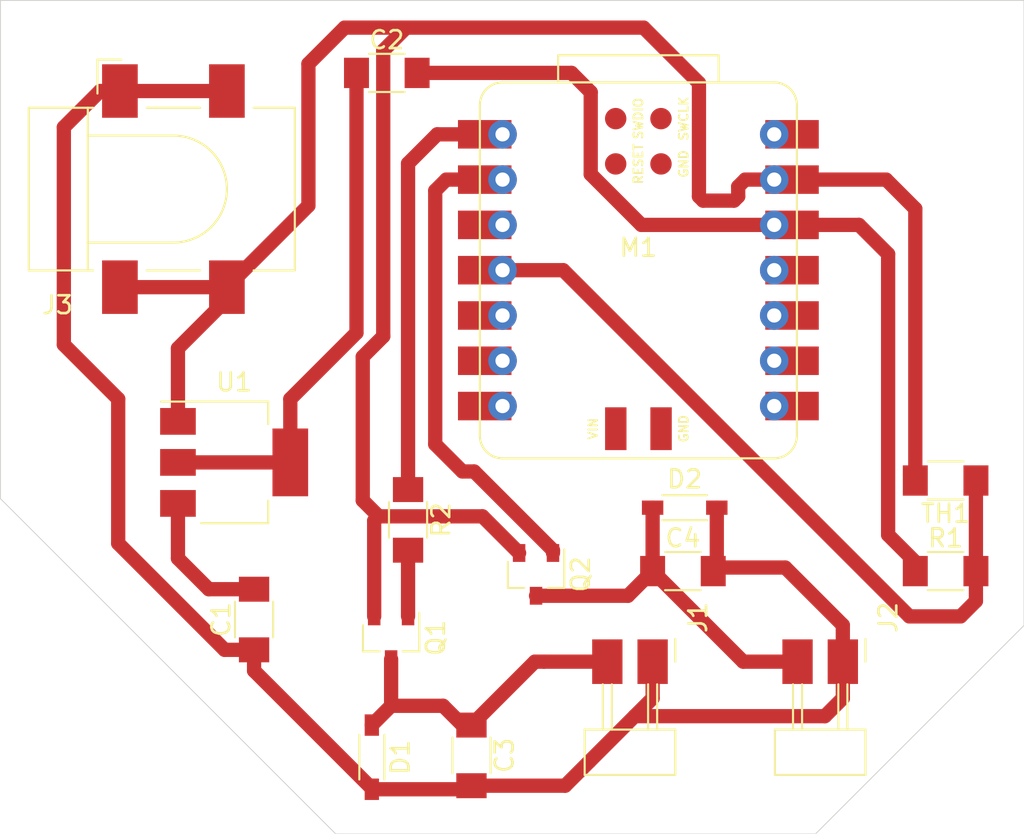
<source format=kicad_pcb>
(kicad_pcb (version 20240108) (generator "pcbnew") (generator_version "8.0")
  (layers (0 "F.Cu" signal) (31 "B.Cu" signal) (34 "B.Paste" user) (35 "F.Paste" user) (36 "B.SilkS" user "B.Silkscreen") (37 "F.SilkS" user "F.Silkscreen") (38 "B.Mask" user) (39 "F.Mask" user) (44 "Edge.Cuts" user))
  (net 0 "")
  (net 1 "PWR_12V")
  (net 2 "Net-(U1-VI)")
  (net 3 "Net-(U1-VO)")
  (net 4 "3.3V")
  (net 5 "Net-(D1-A)")
  (net 6 "Net-(D2-A)")
  (net 7 "PWR_GND")
  (net 8 "Moteur2")
  (net 14 "Temperature")
  (net 15 "Moteur1")
  (net 20 "Pont1.1")
  (footprint "Fabac:C_1206" (layer "F.Cu") (at 123.444 88.06 90)
    (property "Reference" "C1" (at 0 -1.85 270) (layer "F.SilkS"))
    (property "Value" "C_1206")
    (fp_line (start -1 -1.07) (end 1 -1.07) (stroke (width 0.12)) (layer "F.SilkS"))
    (fp_line (start 1 1.07) (end -1 1.07) (stroke (width 0.12)) (layer "F.SilkS"))
    (pad "1" smd rect (at -1.7 0 90) (size 1.4 1.7) (layers "F.Cu" "F.Paste" "F.Mask") (net 1 "PWR_12V"))
    (pad "2" smd rect (at 1.7 0 90) (size 1.4 1.7) (layers "F.Cu" "F.Paste" "F.Mask") (net 2 "Net-(U1-VI)"))
  )
  (footprint "Fabac:R_1206" (layer "F.Cu") (at 162.228 80.264 180)
    (property "Reference" "TH1" (at 0 -1.85 180) (layer "F.SilkS"))
    (property "Value" "Thermistor_NTC")
    (fp_line (start 1 1.07) (end -1 1.07) (stroke (width 0.12)) (layer "F.SilkS"))
    (fp_line (start -1 -1.07) (end 1 -1.07) (stroke (width 0.12)) (layer "F.SilkS"))
    (pad "1" smd rect (at -1.7 0 180) (size 1.4 1.7) (layers "F.Cu" "F.Paste" "F.Mask") (net 14 "Temperature"))
    (pad "2" smd rect (at 1.7 0 180) (size 1.4 1.7) (layers "F.Cu" "F.Paste" "F.Mask") (net 7 "PWR_GND"))
  )
  (footprint "Fabac:R_1206" (layer "F.Cu") (at 162.228 85.344)
    (property "Reference" "R1" (at 0 -1.85 0) (layer "F.SilkS"))
    (property "Value" "R_1206")
    (fp_line (start -1 -1.07) (end 1 -1.07) (stroke (width 0.12)) (layer "F.SilkS"))
    (fp_line (start 1 1.07) (end -1 1.07) (stroke (width 0.12)) (layer "F.SilkS"))
    (pad "1" smd rect (at -1.7 0) (size 1.4 1.7) (layers "F.Cu" "F.Paste" "F.Mask") (net 4 "3.3V"))
    (pad "2" smd rect (at 1.7 0) (size 1.4 1.7) (layers "F.Cu" "F.Paste" "F.Mask") (net 14 "Temperature"))
  )
  (footprint "Fabac:PinHeader_1x02_P2.54mm_Horizontal_SMD" (layer "F.Cu") (at 145.796 90.424 -90)
    (property "Reference" "J1" (at -1.524 -2.54 90) (layer "F.SilkS") (effects (justify left)))
    (property "Value" "Conn_PinHeader_1x02_P2.54mm_Horizontal_SMD")
    (fp_line (start 3.81 3.81) (end 3.81 -1.27) (stroke (width 0.12)) (layer "F.SilkS"))
    (fp_line (start 6.35 3.81) (end 3.81 3.81) (stroke (width 0.12)) (layer "F.SilkS"))
    (fp_line (start 3.81 2.794) (end 1.27 2.794) (stroke (width 0.12)) (layer "F.SilkS"))
    (fp_line (start 3.81 2.286) (end 1.27 2.286) (stroke (width 0.12)) (layer "F.SilkS"))
    (fp_line (start 3.81 0.254) (end 1.27 0.254) (stroke (width 0.12)) (layer "F.SilkS"))
    (fp_line (start 3.81 -0.254) (end 1.27 -0.254) (stroke (width 0.12)) (layer "F.SilkS"))
    (fp_line (start -1.27 -1.27) (end 0 -1.27) (stroke (width 0.12)) (layer "F.SilkS"))
    (fp_line (start 3.81 -1.27) (end 6.35 -1.27) (stroke (width 0.12)) (layer "F.SilkS"))
    (fp_line (start 6.35 -1.27) (end 6.35 3.81) (stroke (width 0.12)) (layer "F.SilkS"))
    (pad "1" smd rect (at 0 0 270) (size 2.5 1.7) (layers "F.Cu" "F.Paste" "F.Mask") (net 1 "PWR_12V"))
    (pad "2" smd rect (at 0 2.54 270) (size 2.5 1.7) (layers "F.Cu" "F.Paste" "F.Mask") (net 5 "Net-(D1-A)"))
  )
  (footprint "Fabac:SOD-123" (layer "F.Cu") (at 130.048 95.78 90)
    (property "Reference" "D1" (at 0 1.6 270) (layer "F.SilkS"))
    (property "Value" "Diode_Schottky_SOD123")
    (fp_line (start -1.25 -0.7) (end 1.25 -0.7) (stroke (width 0.12)) (layer "F.SilkS"))
    (fp_line (start -1.25 0.7) (end 1.25 0.7) (stroke (width 0.12)) (layer "F.SilkS"))
    (pad "1" smd rect (at -1.8 0 90) (size 1.2 0.8) (layers "F.Cu" "F.Paste" "F.Mask") (net 1 "PWR_12V"))
    (pad "2" smd rect (at 1.8 0 90) (size 1.2 0.8) (layers "F.Cu" "F.Paste" "F.Mask") (net 5 "Net-(D1-A)"))
  )
  (footprint "Fabac:C_1206" (layer "F.Cu") (at 147.496 85.344)
    (property "Reference" "C4" (at 0 -1.85 360) (layer "F.SilkS"))
    (property "Value" "C_1206")
    (fp_line (start -1 -1.07) (end 1 -1.07) (stroke (width 0.12)) (layer "F.SilkS"))
    (fp_line (start 1 1.07) (end -1 1.07) (stroke (width 0.12)) (layer "F.SilkS"))
    (pad "1" smd rect (at -1.7 0) (size 1.4 1.7) (layers "F.Cu" "F.Paste" "F.Mask") (net 6 "Net-(D2-A)"))
    (pad "2" smd rect (at 1.7 0) (size 1.4 1.7) (layers "F.Cu" "F.Paste" "F.Mask") (net 1 "PWR_12V"))
  )
  (footprint "Fabac:C_1206" (layer "F.Cu") (at 130.888 57.404)
    (property "Reference" "C2" (at 0 -1.85 0) (layer "F.SilkS"))
    (property "Value" "C_1206")
    (fp_line (start -1 -1.07) (end 1 -1.07) (stroke (width 0.12)) (layer "F.SilkS"))
    (fp_line (start 1 1.07) (end -1 1.07) (stroke (width 0.12)) (layer "F.SilkS"))
    (pad "1" smd rect (at -1.7 0) (size 1.4 1.7) (layers "F.Cu" "F.Paste" "F.Mask") (net 3 "Net-(U1-VO)"))
    (pad "2" smd rect (at 1.7 0) (size 1.4 1.7) (layers "F.Cu" "F.Paste" "F.Mask") (net 4 "3.3V"))
  )
  (footprint "Fabac:R_1206" (layer "F.Cu") (at 132.08 82.472 -90)
    (property "Reference" "R2" (at 0 -1.85 90) (layer "F.SilkS"))
    (property "Value" "R_1206")
    (fp_line (start 1 1.07) (end -1 1.07) (stroke (width 0.12)) (layer "F.SilkS"))
    (fp_line (start -1 -1.07) (end 1 -1.07) (stroke (width 0.12)) (layer "F.SilkS"))
    (pad "1" smd rect (at -1.7 0 270) (size 1.4 1.7) (layers "F.Cu" "F.Paste" "F.Mask") (net 15 "Moteur1"))
    (pad "2" smd rect (at 1.7 0 270) (size 1.4 1.7) (layers "F.Cu" "F.Paste" "F.Mask") (net 20 "Pont1.1"))
  )
  (footprint "Connector_BarrelJack:BarrelJack_CLIFF_FC681465S_SMT_Horizontal" (layer "F.Cu") (at 118.92 63.92)
    (property "Reference" "J3" (at -6.5 6.5 360) (layer "F.SilkS"))
    (property "Value" "Barrel_Jack_Switch_Pin3Ring")
    (fp_line (start -8.11 -4.56) (end -4.5 -4.56) (stroke (width 0.12)) (layer "F.SilkS"))
    (fp_line (start -8.11 4.56) (end -8.11 -4.56) (stroke (width 0.12)) (layer "F.SilkS"))
    (fp_line (start -8.11 4.56) (end -4.5 4.56) (stroke (width 0.12)) (layer "F.SilkS"))
    (fp_line (start -4.8 -3) (end 0 -3) (stroke (width 0.12)) (layer "F.SilkS"))
    (fp_line (start -4.8 3) (end 0 3) (stroke (width 0.12)) (layer "F.SilkS"))
    (fp_line (start -4.8 4.56) (end -4.8 -4.56) (stroke (width 0.12)) (layer "F.SilkS"))
    (fp_line (start -4.26 -7.26) (end -4.26 -5.36) (stroke (width 0.12)) (layer "F.SilkS"))
    (fp_line (start -2.92 -7.26) (end -4.26 -7.26) (stroke (width 0.12)) (layer "F.SilkS"))
    (fp_line (start -1.5 -4.56) (end 1.5 -4.56) (stroke (width 0.12)) (layer "F.SilkS"))
    (fp_line (start -1.5 4.56) (end 1.5 4.56) (stroke (width 0.12)) (layer "F.SilkS"))
    (fp_line (start 4.5 -4.56) (end 6.81 -4.56) (stroke (width 0.12)) (layer "F.SilkS"))
    (fp_line (start 4.5 4.56) (end 6.81 4.56) (stroke (width 0.12)) (layer "F.SilkS"))
    (fp_line (start 6.81 4.56) (end 6.81 -4.56) (stroke (width 0.12)) (layer "F.SilkS"))
    (fp_arc (start 0 -3) (mid 3 0) (end 0 3) (stroke (width 0.12)) (layer "F.SilkS"))
    (pad "" np_thru_hole oval (at -2.9 0 90) (size 2 1.5) (drill oval 2 1.5) (layers "*.Cu" "*.Mask"))
    (pad "" np_thru_hole circle (at 1.5 0 90) (size 2 2) (drill 2) (layers "*.Cu" "*.Mask"))
    (pad "1" smd rect (at -3 -5.5 90) (size 3 2) (layers "F.Cu" "F.Paste" "F.Mask") (net 1 "PWR_12V"))
    (pad "1" smd rect (at 3 -5.5 90) (size 3 2) (layers "F.Cu" "F.Paste" "F.Mask") (net 1 "PWR_12V"))
    (pad "2" smd rect (at 3 5.5 90) (size 3 2) (layers "F.Cu" "F.Paste" "F.Mask") (net 7 "PWR_GND"))
    (pad "3" smd rect (at -3 5.5 90) (size 3 2) (layers "F.Cu" "F.Paste" "F.Mask") (net 7 "PWR_GND"))
  )
  (footprint "Fabac:SeeedStudio_XIAO_RP2040" (layer "F.Cu") (at 144.995 68.468)
    (property "Reference" "M1" (at 0 -1.27 0) (layer "F.SilkS"))
    (property "Value" "Module_XIAO-RP2040_SocketSMD")
    (fp_line (start -8.8875 9.281) (end -8.8875 -9.261) (stroke (width 0.12)) (layer "F.SilkS"))
    (fp_line (start -7.6175 -10.531) (end 7.6225 -10.531) (stroke (width 0.12)) (layer "F.SilkS"))
    (fp_line (start 7.6225 10.551) (end -7.6175 10.551) (stroke (width 0.12)) (layer "F.SilkS"))
    (fp_line (start 8.8925 -9.261) (end 8.8925 9.281) (stroke (width 0.12)) (layer "F.SilkS"))
    (fp_rect (start -4.4975 -10.531) (end 4.5025 -12.055) (stroke (width 0.12)) (fill none) (layer "F.SilkS"))
    (fp_arc (start -8.8875 -9.261) (mid -8.515526 -10.159026) (end -7.6175 -10.531) (stroke (width 0.12)) (layer "F.SilkS"))
    (fp_arc (start -7.6175 10.551) (mid -8.515526 10.179026) (end -8.8875 9.281) (stroke (width 0.12)) (layer "F.SilkS"))
    (fp_arc (start 7.6225 -10.531) (mid 8.520526 -10.159026) (end 8.8925 -9.261) (stroke (width 0.12)) (layer "F.SilkS"))
    (fp_arc (start 8.8925 9.281) (mid 8.520526 10.179026) (end 7.6225 10.551) (stroke (width 0.12)) (layer "F.SilkS"))
    (fp_text user "VIN" (at -2.535 8.89 90) (layer "F.SilkS") (effects (font (size 0.5 0.5) (thickness 0.1) (bold yes))))
    (fp_text user "SWDIO" (at 0 -8.5 90) (layer "F.SilkS") (effects (font (size 0.5 0.5) (thickness 0.1) (bold yes))))
    (fp_text user "GND" (at 2.54 -5.96 90) (layer "F.SilkS") (effects (font (size 0.5 0.5) (thickness 0.1) (bold yes))))
    (fp_text user "GND" (at 2.545 8.89 90) (layer "F.SilkS") (effects (font (size 0.5 0.5) (thickness 0.1) (bold yes))))
    (fp_text user "SWCLK" (at 2.54 -8.5 90) (layer "F.SilkS") (effects (font (size 0.5 0.5) (thickness 0.1) (bold yes))))
    (fp_text user "RESET" (at 0 -5.96 90) (layer "F.SilkS") (effects (font (size 0.5 0.5) (thickness 0.1) (bold yes))))
    (pad "1" thru_hole circle (at -7.615 -7.62) (size 1.6 1.6) (drill 0.8) (layers "*.Cu" "*.Mask") (net 15 "Moteur1"))
    (pad "1" smd rect (at -7.615 -7.62) (size 3 1.6) (drill (offset -1 0)) (layers "F.Cu" "F.Paste" "F.Mask") (net 15 "Moteur1"))
    (pad "2" thru_hole circle (at -7.615 -5.08) (size 1.6 1.6) (drill 0.8) (layers "*.Cu" "*.Mask") (net 8 "Moteur2"))
    (pad "2" smd rect (at -7.615 -5.08) (size 3 1.6) (drill (offset -1 0)) (layers "F.Cu" "F.Paste" "F.Mask") (net 8 "Moteur2"))
    (pad "3" thru_hole circle (at -7.615 -2.54) (size 1.6 1.6) (drill 0.8) (layers "*.Cu" "*.Mask"))
    (pad "3" smd rect (at -7.615 -2.54) (size 3 1.6) (drill (offset -1 0)) (layers "F.Cu" "F.Paste" "F.Mask"))
    (pad "4" thru_hole circle (at -7.615 0) (size 1.6 1.6) (drill 0.8) (layers "*.Cu" "*.Mask") (net 14 "Temperature"))
    (pad "4" smd rect (at -7.615 0) (size 3 1.6) (drill (offset -1 0)) (layers "F.Cu" "F.Paste" "F.Mask") (net 14 "Temperature"))
    (pad "5" thru_hole circle (at -7.615 2.54) (size 1.6 1.6) (drill 0.8) (layers "*.Cu" "*.Mask"))
    (pad "5" smd rect (at -7.615 2.54) (size 3 1.6) (drill (offset -1 0)) (layers "F.Cu" "F.Paste" "F.Mask"))
    (pad "6" thru_hole circle (at -7.615 5.08) (size 1.6 1.6) (drill 0.8) (layers "*.Cu" "*.Mask"))
    (pad "6" smd rect (at -7.615 5.08) (size 3 1.6) (drill (offset -1 0)) (layers "F.Cu" "F.Paste" "F.Mask"))
    (pad "7" thru_hole circle (at -7.615 7.62) (size 1.6 1.6) (drill 0.8) (layers "*.Cu" "*.Mask"))
    (pad "7" smd rect (at -7.615 7.62) (size 3 1.6) (drill (offset -1 0)) (layers "F.Cu" "F.Paste" "F.Mask"))
    (pad "8" thru_hole circle (at 7.62 7.62) (size 1.6 1.6) (drill 0.8) (layers "*.Cu" "*.Mask"))
    (pad "8" smd rect (at 7.62 7.62) (size 3 1.6) (drill (offset 1 0)) (layers "F.Cu" "F.Paste" "F.Mask"))
    (pad "9" thru_hole circle (at 7.62 5.08) (size 1.6 1.6) (drill 0.8) (layers "*.Cu" "*.Mask"))
    (pad "9" smd rect (at 7.62 5.08) (size 3 1.6) (drill (offset 1 0)) (layers "F.Cu" "F.Paste" "F.Mask"))
    (pad "10" thru_hole circle (at 7.62 2.54) (size 1.6 1.6) (drill 0.8) (layers "*.Cu" "*.Mask"))
    (pad "10" smd rect (at 7.62 2.54) (size 3 1.6) (drill (offset 1 0)) (layers "F.Cu" "F.Paste" "F.Mask"))
    (pad "11" thru_hole circle (at 7.62 0) (size 1.6 1.6) (drill 0.8) (layers "*.Cu" "*.Mask"))
    (pad "11" smd rect (at 7.62 0) (size 3 1.6) (drill (offset 1 0)) (layers "F.Cu" "F.Paste" "F.Mask"))
    (pad "12" thru_hole circle (at 7.62 -2.54) (size 1.6 1.6) (drill 0.8) (layers "*.Cu" "*.Mask") (net 4 "3.3V"))
    (pad "12" smd rect (at 7.62 -2.54) (size 3 1.6) (drill (offset 1 0)) (layers "F.Cu" "F.Paste" "F.Mask") (net 4 "3.3V"))
    (pad "13" thru_hole circle (at 7.62 -5.08) (size 1.6 1.6) (drill 0.8) (layers "*.Cu" "*.Mask") (net 7 "PWR_GND"))
    (pad "13" smd rect (at 7.62 -5.08) (size 3 1.6) (drill (offset 1 0)) (layers "F.Cu" "F.Paste" "F.Mask") (net 7 "PWR_GND"))
    (pad "14" thru_hole circle (at 7.62 -7.62) (size 1.6 1.6) (drill 0.8) (layers "*.Cu" "*.Mask"))
    (pad "14" smd rect (at 7.62 -7.62) (size 3 1.6) (drill (offset 1 0)) (layers "F.Cu" "F.Paste" "F.Mask"))
    (pad "15" smd rect (at 1.275 8.89 270) (size 2.4 1.2) (layers "F.Cu" "F.Paste" "F.Mask"))
    (pad "16" smd rect (at -1.265 8.89 270) (size 2.4 1.2) (layers "F.Cu" "F.Paste" "F.Mask"))
    (pad "17" smd circle (at -1.27 -8.5) (size 1.2 1.2) (layers "F.Cu" "F.Paste" "F.Mask"))
    (pad "18" smd circle (at -1.27 -5.96) (size 1.2 1.2) (layers "F.Cu" "F.Paste" "F.Mask"))
    (pad "19" smd circle (at 1.27 -5.96) (size 1.2 1.2) (layers "F.Cu" "F.Paste" "F.Mask"))
    (pad "20" smd circle (at 1.27 -8.5) (size 1.2 1.2) (layers "F.Cu" "F.Paste" "F.Mask"))
  )
  (footprint "Fabac:C_1206" (layer "F.Cu") (at 135.636 95.68 -90)
    (property "Reference" "C3" (at 0 -1.85 90) (layer "F.SilkS"))
    (property "Value" "C_1206")
    (fp_line (start 1 1.07) (end -1 1.07) (stroke (width 0.12)) (layer "F.SilkS"))
    (fp_line (start -1 -1.07) (end 1 -1.07) (stroke (width 0.12)) (layer "F.SilkS"))
    (pad "1" smd rect (at -1.7 0 270) (size 1.4 1.7) (layers "F.Cu" "F.Paste" "F.Mask") (net 5 "Net-(D1-A)"))
    (pad "2" smd rect (at 1.7 0 270) (size 1.4 1.7) (layers "F.Cu" "F.Paste" "F.Mask") (net 1 "PWR_12V"))
  )
  (footprint "Fabac:SOD-123" (layer "F.Cu") (at 147.596 81.788 180)
    (property "Reference" "D2" (at 0 1.6 180) (layer "F.SilkS"))
    (property "Value" "Diode_Schottky_SOD123" (hide yes))
    (fp_line (start -1.25 0.7) (end 1.25 0.7) (stroke (width 0.12)) (layer "F.SilkS"))
    (fp_line (start -1.25 -0.7) (end 1.25 -0.7) (stroke (width 0.12)) (layer "F.SilkS"))
    (pad "1" smd rect (at -1.8 0 180) (size 1.2 0.8) (layers "F.Cu" "F.Paste" "F.Mask") (net 1 "PWR_12V"))
    (pad "2" smd rect (at 1.8 0 180) (size 1.2 0.8) (layers "F.Cu" "F.Paste" "F.Mask") (net 6 "Net-(D2-A)"))
  )
  (footprint "Fabac:SOT-23-3" (layer "F.Cu") (at 139.258 85.528 -90)
    (property "Reference" "Q2" (at 0 -2.5 90) (layer "F.SilkS"))
    (property "Value" "Transistor_MOSFET_NCh_SOT23")
    (fp_line (start 0.76 1.58) (end -0.7 1.58) (stroke (width 0.12)) (layer "F.SilkS"))
    (fp_line (start 0.76 1.58) (end 0.76 0.65) (stroke (width 0.12)) (layer "F.SilkS"))
    (fp_line (start 0.76 -1.58) (end 0.76 -0.65) (stroke (width 0.12)) (layer "F.SilkS"))
    (fp_line (start 0.76 -1.58) (end -1.4 -1.58) (stroke (width 0.12)) (layer "F.SilkS"))
    (pad "1" smd rect (at -1.2 -0.95 270) (size 1 0.7) (layers "F.Cu" "F.Paste" "F.Mask") (net 8 "Moteur2"))
    (pad "2" smd rect (at -1.2 0.95 270) (size 1 0.7) (layers "F.Cu" "F.Paste" "F.Mask") (net 7 "PWR_GND"))
    (pad "3" smd rect (at 1.2 0 270) (size 1 0.7) (layers "F.Cu" "F.Paste" "F.Mask") (net 6 "Net-(D2-A)"))
  )
  (footprint "Fabac:SOT-223-3_TabPin2" (layer "F.Cu") (at 122.326 79.248)
    (property "Reference" "U1" (at 0 -4.5 0) (layer "F.SilkS"))
    (property "Value" "Regulator_Linear_3.3V_1A_DiodesIncorporated")
    (fp_line (start -4.1 -3.41) (end 1.91 -3.41) (stroke (width 0.12)) (layer "F.SilkS"))
    (fp_line (start -1.85 3.41) (end 1.91 3.41) (stroke (width 0.12)) (layer "F.SilkS"))
    (fp_line (start 1.91 -3.41) (end 1.91 -2.15) (stroke (width 0.12)) (layer "F.SilkS"))
    (fp_line (start 1.91 3.41) (end 1.91 2.15) (stroke (width 0.12)) (layer "F.SilkS"))
    (pad "1" smd rect (at -3.15 -2.3) (size 2 1.5) (layers "F.Cu" "F.Paste" "F.Mask") (net 7 "PWR_GND"))
    (pad "2" smd rect (at -3.15 0) (size 2 1.5) (layers "F.Cu" "F.Paste" "F.Mask") (net 3 "Net-(U1-VO)"))
    (pad "2" smd rect (at 3.15 0) (size 2 3.8) (layers "F.Cu" "F.Paste" "F.Mask") (net 3 "Net-(U1-VO)"))
    (pad "3" smd rect (at -3.15 2.3) (size 2 1.5) (layers "F.Cu" "F.Paste" "F.Mask") (net 2 "Net-(U1-VI)"))
  )
  (footprint "Fabac:PinHeader_1x02_P2.54mm_Horizontal_SMD" (layer "F.Cu") (at 156.464 90.424 -90)
    (property "Reference" "J2" (at -1.524 -2.54 90) (layer "F.SilkS") (effects (justify left)))
    (property "Value" "Conn_PinHeader_1x02_P2.54mm_Horizontal_SMD" (hide yes))
    (fp_line (start 3.81 3.81) (end 3.81 -1.27) (stroke (width 0.12)) (layer "F.SilkS"))
    (fp_line (start 6.35 3.81) (end 3.81 3.81) (stroke (width 0.12)) (layer "F.SilkS"))
    (fp_line (start 3.81 2.794) (end 1.27 2.794) (stroke (width 0.12)) (layer "F.SilkS"))
    (fp_line (start 3.81 2.286) (end 1.27 2.286) (stroke (width 0.12)) (layer "F.SilkS"))
    (fp_line (start 3.81 0.254) (end 1.27 0.254) (stroke (width 0.12)) (layer "F.SilkS"))
    (fp_line (start 3.81 -0.254) (end 1.27 -0.254) (stroke (width 0.12)) (layer "F.SilkS"))
    (fp_line (start -1.27 -1.27) (end 0 -1.27) (stroke (width 0.12)) (layer "F.SilkS"))
    (fp_line (start 3.81 -1.27) (end 6.35 -1.27) (stroke (width 0.12)) (layer "F.SilkS"))
    (fp_line (start 6.35 -1.27) (end 6.35 3.81) (stroke (width 0.12)) (layer "F.SilkS"))
    (pad "1" smd rect (at 0 0 270) (size 2.5 1.7) (layers "F.Cu" "F.Paste" "F.Mask") (net 1 "PWR_12V"))
    (pad "2" smd rect (at 0 2.54 270) (size 2.5 1.7) (layers "F.Cu" "F.Paste" "F.Mask") (net 6 "Net-(D2-A)"))
  )
  (footprint "Fabac:SOT-23-3" (layer "F.Cu") (at 131.13 89.084 -90)
    (property "Reference" "Q1" (at 0 -2.5 90) (layer "F.SilkS"))
    (property "Value" "Transistor_MOSFET_NCh_SOT23")
    (fp_line (start 0.76 1.58) (end -0.7 1.58) (stroke (width 0.12)) (layer "F.SilkS"))
    (fp_line (start 0.76 1.58) (end 0.76 0.65) (stroke (width 0.12)) (layer "F.SilkS"))
    (fp_line (start 0.76 -1.58) (end 0.76 -0.65) (stroke (width 0.12)) (layer "F.SilkS"))
    (fp_line (start 0.76 -1.58) (end -1.4 -1.58) (stroke (width 0.12)) (layer "F.SilkS"))
    (pad "1" smd rect (at -1.2 -0.95 270) (size 1 0.7) (layers "F.Cu" "F.Paste" "F.Mask") (net 20 "Pont1.1"))
    (pad "2" smd rect (at -1.2 0.95 270) (size 1 0.7) (layers "F.Cu" "F.Paste" "F.Mask") (net 7 "PWR_GND"))
    (pad "3" smd rect (at 1.2 0 270) (size 1 0.7) (layers "F.Cu" "F.Paste" "F.Mask") (net 5 "Net-(D1-A)"))
  )
  (gr_poly (pts (xy 109.22 53.34) (xy 166.624 53.34) (xy 166.624 88.392) (xy 154.94 100.076) (xy 128.016 100.076) (xy 109.22 81.28)) (stroke (width 0.05)) (fill none) (layer "Edge.Cuts"))
  (segment (start 149.396 81.788) (end 149.396 85.144) (width 0.8) (layer "F.Cu") (net 1))
  (segment (start 121.794 89.76) (end 115.824 83.79) (width 0.8) (layer "F.Cu") (net 1))
  (segment (start 115.824 83.79) (end 115.824 75.692) (width 0.8) (layer "F.Cu") (net 1))
  (segment (start 155.457 93.481) (end 156.464 92.474) (width 0.8) (layer "F.Cu") (net 1))
  (segment (start 123.444 89.76) (end 121.794 89.76) (width 0.8) (layer "F.Cu") (net 1))
  (segment (start 114.808 58.42) (end 115.92 58.42) (width 0.8) (layer "F.Cu") (net 1))
  (segment (start 145.796 92.474) (end 145.796 90.424) (width 0.8) (layer "F.Cu") (net 1))
  (segment (start 115.92 58.42) (end 121.92 58.42) (width 0.8) (layer "F.Cu") (net 1))
  (segment (start 149.396 85.144) (end 153.234 85.144) (width 0.8) (layer "F.Cu") (net 1))
  (segment (start 123.444 90.932) (end 123.444 89.76) (width 0.8) (layer "F.Cu") (net 1))
  (segment (start 142.249 96.021) (end 144.789 93.481) (width 0.8) (layer "F.Cu") (net 1))
  (segment (start 144.789 93.481) (end 145.796 92.474) (width 0.8) (layer "F.Cu") (net 1))
  (segment (start 135.636 97.38) (end 140.89 97.38) (width 0.8) (layer "F.Cu") (net 1))
  (segment (start 112.776 60.452) (end 114.808 58.42) (width 0.8) (layer "F.Cu") (net 1))
  (segment (start 149.196 85.344) (end 149.396 85.144) (width 0.8) (layer "F.Cu") (net 1))
  (segment (start 156.464 88.374) (end 156.464 90.424) (width 0.8) (layer "F.Cu") (net 1))
  (segment (start 130.048 97.58) (end 130.048 97.536) (width 0.8) (layer "F.Cu") (net 1))
  (segment (start 130.048 97.536) (end 123.444 90.932) (width 0.8) (layer "F.Cu") (net 1))
  (segment (start 156.464 92.474) (end 156.464 90.424) (width 0.8) (layer "F.Cu") (net 1))
  (segment (start 144.789 93.481) (end 155.457 93.481) (width 0.8) (layer "F.Cu") (net 1))
  (segment (start 112.776 72.644) (end 112.776 60.452) (width 0.8) (layer "F.Cu") (net 1))
  (segment (start 130.048 97.58) (end 135.436 97.58) (width 0.8) (layer "F.Cu") (net 1))
  (segment (start 140.89 97.38) (end 142.249 96.021) (width 0.8) (layer "F.Cu") (net 1))
  (segment (start 153.234 85.144) (end 156.464 88.374) (width 0.8) (layer "F.Cu") (net 1))
  (segment (start 115.824 75.692) (end 112.776 72.644) (width 0.8) (layer "F.Cu") (net 1))
  (segment (start 135.436 97.58) (end 135.636 97.38) (width 0.8) (layer "F.Cu") (net 1))
  (segment (start 123.444 86.36) (end 120.904 86.36) (width 0.8) (layer "F.Cu") (net 2))
  (segment (start 120.904 86.36) (end 119.176 84.632) (width 0.8) (layer "F.Cu") (net 2))
  (segment (start 119.176 84.632) (end 119.176 81.548) (width 0.8) (layer "F.Cu") (net 2))
  (segment (start 125.476 75.692) (end 129.188 71.98) (width 0.8) (layer "F.Cu") (net 3))
  (segment (start 125.476 79.248) (end 125.476 75.692) (width 0.8) (layer "F.Cu") (net 3))
  (segment (start 125.476 79.248) (end 119.176 79.248) (width 0.8) (layer "F.Cu") (net 3))
  (segment (start 129.188 57.404) (end 129.188 71.98) (width 0.8) (layer "F.Cu") (net 3))
  (segment (start 159.004 67.564) (end 159.004 83.312) (width 0.8) (layer "F.Cu") (net 4))
  (segment (start 142.325 63.087899) (end 142.325 58.482314) (width 0.8) (layer "F.Cu") (net 4))
  (segment (start 132.588 57.404) (end 141.246686 57.404) (width 0.8) (layer "F.Cu") (net 4))
  (segment (start 159.004 83.312) (end 160.528 84.836) (width 0.8) (layer "F.Cu") (net 4))
  (segment (start 141.246686 57.404) (end 142.325 58.482314) (width 0.8) (layer "F.Cu") (net 4))
  (segment (start 157.368 65.928) (end 159.004 67.564) (width 0.8) (layer "F.Cu") (net 4))
  (segment (start 160.528 84.836) (end 160.528 85.344) (width 0.8) (layer "F.Cu") (net 4))
  (segment (start 152.615 65.928) (end 157.368 65.928) (width 0.8) (layer "F.Cu") (net 4))
  (segment (start 152.615 65.928) (end 145.165101 65.928) (width 0.8) (layer "F.Cu") (net 4))
  (segment (start 145.165101 65.928) (end 142.325 63.087899) (width 0.8) (layer "F.Cu") (net 4))
  (segment (start 131.13 92.898) (end 130.048 93.98) (width 0.8) (layer "F.Cu") (net 5))
  (segment (start 139.192 90.424) (end 139.7 90.424) (width 0.8) (layer "F.Cu") (net 5))
  (segment (start 131.13 92.898) (end 134.046 92.898) (width 0.8) (layer "F.Cu") (net 5))
  (segment (start 131.13 90.284) (end 131.13 92.898) (width 0.8) (layer "F.Cu") (net 5))
  (segment (start 134.046 92.898) (end 135.128 93.98) (width 0.8) (layer "F.Cu") (net 5))
  (segment (start 139.7 90.424) (end 143.256 90.424) (width 0.8) (layer "F.Cu") (net 5))
  (segment (start 135.128 93.98) (end 135.636 93.98) (width 0.8) (layer "F.Cu") (net 5))
  (segment (start 135.636 93.98) (end 139.192 90.424) (width 0.8) (layer "F.Cu") (net 5))
  (segment (start 153.924 90.424) (end 150.876 90.424) (width 0.8) (layer "F.Cu") (net 6))
  (segment (start 150.876 90.424) (end 145.796 85.344) (width 0.8) (layer "F.Cu") (net 6))
  (segment (start 145.796 85.344) (end 145.796 81.788) (width 0.8) (layer "F.Cu") (net 6))
  (segment (start 144.412 86.728) (end 145.796 85.344) (width 0.8) (layer "F.Cu") (net 6))
  (segment (start 139.258 86.728) (end 144.412 86.728) (width 0.8) (layer "F.Cu") (net 6))
  (segment (start 129.54 73.325056) (end 130.688 72.177056) (width 0.8) (layer "F.Cu") (net 7))
  (segment (start 130.43 82.272) (end 129.54 81.382) (width 0.8) (layer "F.Cu") (net 7))
  (segment (start 130.688 72.177056) (end 130.688 56.154) (width 0.8) (layer "F.Cu") (net 7))
  (segment (start 150.595 63.781) (end 150.988 63.388) (width 0.8) (layer "F.Cu") (net 7))
  (segment (start 119.176 72.848) (end 119.176 76.948) (width 0.8) (layer "F.Cu") (net 7))
  (segment (start 160.528 65.024) (end 160.528 80.264) (width 0.8) (layer "F.Cu") (net 7))
  (segment (start 131.978 54.864) (end 145.288 54.864) (width 0.8) (layer "F.Cu") (net 7))
  (segment (start 138.308 84.328) (end 136.252 82.272) (width 0.8) (layer "F.Cu") (net 7))
  (segment (start 121.92 70.104) (end 119.176 72.848) (width 0.8) (layer "F.Cu") (net 7))
  (segment (start 150.595 64.333686) (end 150.595 63.781) (width 0.8) (layer "F.Cu") (net 7))
  (segment (start 126.492 64.848) (end 126.492 56.896) (width 0.8) (layer "F.Cu") (net 7))
  (segment (start 148.395 57.971) (end 148.395 64.333686) (width 0.8) (layer "F.Cu") (net 7))
  (segment (start 158.892 63.388) (end 160.528 65.024) (width 0.8) (layer "F.Cu") (net 7))
  (segment (start 152.615 63.388) (end 158.892 63.388) (width 0.8) (layer "F.Cu") (net 7))
  (segment (start 130.688 56.154) (end 131.978 54.864) (width 0.8) (layer "F.Cu") (net 7))
  (segment (start 150.988 63.388) (end 152.615 63.388) (width 0.8) (layer "F.Cu") (net 7))
  (segment (start 148.629314 64.568) (end 150.360686 64.568) (width 0.8) (layer "F.Cu") (net 7))
  (segment (start 145.288 54.864) (end 148.395 57.971) (width 0.8) (layer "F.Cu") (net 7))
  (segment (start 126.492 56.896) (end 128.524 54.864) (width 0.8) (layer "F.Cu") (net 7))
  (segment (start 121.92 69.42) (end 121.92 70.104) (width 0.8) (layer "F.Cu") (net 7))
  (segment (start 129.54 81.382) (end 129.54 73.325056) (width 0.8) (layer "F.Cu") (net 7))
  (segment (start 148.395 64.333686) (end 148.629314 64.568) (width 0.8) (layer "F.Cu") (net 7))
  (segment (start 136.252 82.272) (end 130.43 82.272) (width 0.8) (layer "F.Cu") (net 7))
  (segment (start 115.92 69.42) (end 121.92 69.42) (width 0.8) (layer "F.Cu") (net 7))
  (segment (start 128.524 54.864) (end 131.978 54.864) (width 0.8) (layer "F.Cu") (net 7))
  (segment (start 121.92 69.42) (end 126.492 64.848) (width 0.8) (layer "F.Cu") (net 7))
  (segment (start 130.18 82.522) (end 130.43 82.272) (width 0.8) (layer "F.Cu") (net 7))
  (segment (start 150.360686 64.568) (end 150.595 64.333686) (width 0.8) (layer "F.Cu") (net 7))
  (segment (start 130.18 87.884) (end 130.18 82.522) (width 0.8) (layer "F.Cu") (net 7))
  (segment (start 134.224 63.388) (end 137.38 63.388) (width 0.8) (layer "F.Cu") (net 8))
  (segment (start 135.128 79.756) (end 133.604 78.232) (width 0.8) (layer "F.Cu") (net 8))
  (segment (start 135.786 79.756) (end 135.128 79.756) (width 0.8) (layer "F.Cu") (net 8))
  (segment (start 133.604 64.008) (end 134.224 63.388) (width 0.8) (layer "F.Cu") (net 8))
  (segment (start 133.604 78.232) (end 133.604 64.008) (width 0.8) (layer "F.Cu") (net 8))
  (segment (start 140.208 84.328) (end 140.208 84.178) (width 0.8) (layer "F.Cu") (net 8))
  (segment (start 140.208 84.178) (end 135.786 79.756) (width 0.8) (layer "F.Cu") (net 8))
  (segment (start 163.928 85.344) (end 163.928 80.264) (width 0.8) (layer "F.Cu") (net 14))
  (segment (start 137.38 68.468) (end 140.78 68.468) (width 0.8) (layer "F.Cu") (net 14))
  (segment (start 160.196 87.884) (end 163.068 87.884) (width 0.8) (layer "F.Cu") (net 14))
  (segment (start 140.78 68.468) (end 160.196 87.884) (width 0.8) (layer "F.Cu") (net 14))
  (segment (start 163.928 87.024) (end 163.928 85.344) (width 0.8) (layer "F.Cu") (net 14))
  (segment (start 163.068 87.884) (end 163.928 87.024) (width 0.8) (layer "F.Cu") (net 14))
  (segment (start 132.08 62.484) (end 133.716 60.848) (width 0.8) (layer "F.Cu") (net 15))
  (segment (start 133.716 60.848) (end 137.38 60.848) (width 0.8) (layer "F.Cu") (net 15))
  (segment (start 132.08 80.772) (end 132.08 62.484) (width 0.8) (layer "F.Cu") (net 15))
  (segment (start 132.08 87.884) (end 132.08 84.172) (width 0.8) (layer "F.Cu") (net 20))
)
</source>
